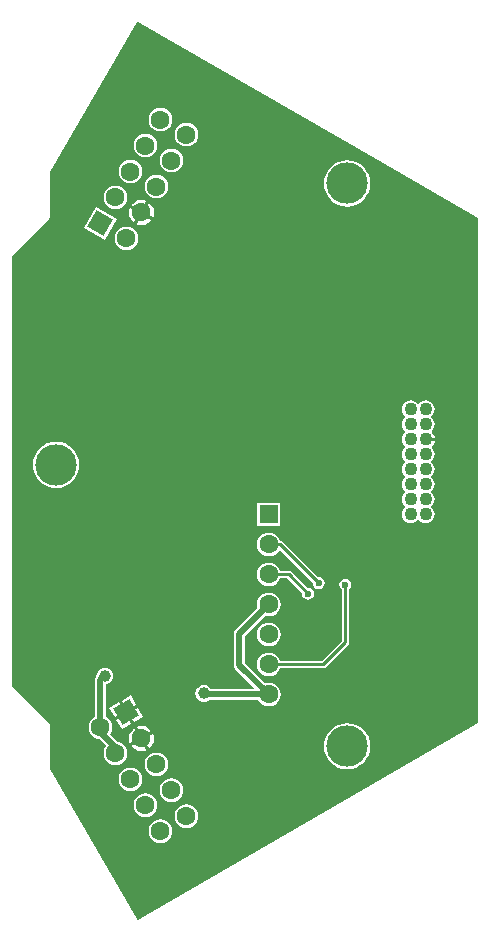
<source format=gbl>
G04*
G04 #@! TF.GenerationSoftware,Altium Limited,Altium Designer,18.1.9 (240)*
G04*
G04 Layer_Physical_Order=2*
G04 Layer_Color=16711680*
%FSLAX43Y43*%
%MOMM*%
G71*
G01*
G75*
%ADD21C,0.250*%
%ADD22C,0.500*%
%ADD23C,1.100*%
%ADD24C,1.600*%
%ADD25R,1.600X1.600*%
%ADD26P,2.263X4X345.0*%
%ADD27P,2.263X4X105.0*%
%ADD28C,3.500*%
%ADD29C,0.600*%
%ADD30C,1.000*%
G36*
X-8781Y26256D02*
X-242Y21326D01*
X-242Y-21395D01*
X-8781Y-26325D01*
X-29062Y-38034D01*
X-29185Y-38001D01*
X-36508Y-25314D01*
Y-21596D01*
X-36508Y-21596D01*
X-36531Y-21479D01*
X-36598Y-21379D01*
X-39758Y-18219D01*
Y11465D01*
X-39758Y18149D01*
X-36598Y21310D01*
X-36598Y21310D01*
X-36598Y21310D01*
X-36598Y21310D01*
X-36566Y21357D01*
X-36531Y21409D01*
X-36531Y21409D01*
X-36531Y21409D01*
X-36520Y21467D01*
X-36508Y21526D01*
X-36507Y25249D01*
X-29185Y37932D01*
X-29062Y37965D01*
X-8781Y26256D01*
D02*
G37*
%LPC*%
G36*
X-27160Y30708D02*
X-27421Y30674D01*
X-27664Y30573D01*
X-27873Y30413D01*
X-28033Y30204D01*
X-28134Y29961D01*
X-28168Y29700D01*
X-28134Y29439D01*
X-28033Y29195D01*
X-27873Y28986D01*
X-27664Y28826D01*
X-27421Y28725D01*
X-27160Y28691D01*
X-26899Y28725D01*
X-26656Y28826D01*
X-26447Y28986D01*
X-26286Y29195D01*
X-26186Y29439D01*
X-26151Y29700D01*
X-26186Y29961D01*
X-26286Y30204D01*
X-26447Y30413D01*
X-26656Y30573D01*
X-26899Y30674D01*
X-27160Y30708D01*
D02*
G37*
G36*
X-24960Y29438D02*
X-25221Y29404D01*
X-25464Y29303D01*
X-25673Y29143D01*
X-25834Y28934D01*
X-25934Y28691D01*
X-25969Y28430D01*
X-25934Y28169D01*
X-25834Y27925D01*
X-25673Y27716D01*
X-25464Y27556D01*
X-25221Y27455D01*
X-24960Y27421D01*
X-24699Y27455D01*
X-24456Y27556D01*
X-24247Y27716D01*
X-24087Y27925D01*
X-23986Y28169D01*
X-23952Y28430D01*
X-23986Y28691D01*
X-24087Y28934D01*
X-24247Y29143D01*
X-24456Y29303D01*
X-24699Y29404D01*
X-24960Y29438D01*
D02*
G37*
G36*
X-28430Y28509D02*
X-28691Y28474D01*
X-28934Y28373D01*
X-29143Y28213D01*
X-29303Y28004D01*
X-29404Y27761D01*
X-29438Y27500D01*
X-29404Y27239D01*
X-29303Y26996D01*
X-29143Y26787D01*
X-28934Y26626D01*
X-28691Y26526D01*
X-28430Y26491D01*
X-28169Y26526D01*
X-27926Y26626D01*
X-27717Y26787D01*
X-27556Y26996D01*
X-27456Y27239D01*
X-27421Y27500D01*
X-27456Y27761D01*
X-27556Y28004D01*
X-27717Y28213D01*
X-27926Y28373D01*
X-28169Y28474D01*
X-28430Y28509D01*
D02*
G37*
G36*
X-26230Y27239D02*
X-26491Y27204D01*
X-26734Y27103D01*
X-26943Y26943D01*
X-27104Y26734D01*
X-27204Y26491D01*
X-27239Y26230D01*
X-27204Y25969D01*
X-27104Y25726D01*
X-26943Y25517D01*
X-26734Y25357D01*
X-26491Y25256D01*
X-26230Y25221D01*
X-25969Y25256D01*
X-25726Y25357D01*
X-25517Y25517D01*
X-25357Y25726D01*
X-25256Y25969D01*
X-25222Y26230D01*
X-25256Y26491D01*
X-25357Y26734D01*
X-25517Y26943D01*
X-25726Y27103D01*
X-25969Y27204D01*
X-26230Y27239D01*
D02*
G37*
G36*
X-29700Y26309D02*
X-29961Y26275D01*
X-30204Y26174D01*
X-30413Y26014D01*
X-30573Y25805D01*
X-30674Y25561D01*
X-30708Y25300D01*
X-30674Y25039D01*
X-30573Y24796D01*
X-30413Y24587D01*
X-30204Y24427D01*
X-29961Y24326D01*
X-29700Y24292D01*
X-29439Y24326D01*
X-29196Y24427D01*
X-28987Y24587D01*
X-28826Y24796D01*
X-28726Y25039D01*
X-28691Y25300D01*
X-28726Y25561D01*
X-28826Y25805D01*
X-28987Y26014D01*
X-29196Y26174D01*
X-29439Y26275D01*
X-29700Y26309D01*
D02*
G37*
G36*
X-27500Y25039D02*
X-27761Y25005D01*
X-28004Y24904D01*
X-28213Y24743D01*
X-28374Y24535D01*
X-28474Y24291D01*
X-28509Y24030D01*
X-28474Y23769D01*
X-28374Y23526D01*
X-28213Y23317D01*
X-28004Y23157D01*
X-27761Y23056D01*
X-27500Y23022D01*
X-27239Y23056D01*
X-26996Y23157D01*
X-26787Y23317D01*
X-26627Y23526D01*
X-26526Y23769D01*
X-26492Y24030D01*
X-26526Y24291D01*
X-26627Y24535D01*
X-26787Y24743D01*
X-26996Y24904D01*
X-27239Y25005D01*
X-27500Y25039D01*
D02*
G37*
G36*
X-11356Y26247D02*
X-11738Y26209D01*
X-12106Y26098D01*
X-12445Y25917D01*
X-12742Y25673D01*
X-12985Y25376D01*
X-13166Y25037D01*
X-13278Y24670D01*
X-13315Y24287D01*
X-13278Y23905D01*
X-13166Y23537D01*
X-12985Y23199D01*
X-12742Y22902D01*
X-12445Y22658D01*
X-12106Y22477D01*
X-11738Y22366D01*
X-11356Y22328D01*
X-10974Y22366D01*
X-10606Y22477D01*
X-10267Y22658D01*
X-9970Y22902D01*
X-9727Y23199D01*
X-9546Y23537D01*
X-9434Y23905D01*
X-9397Y24287D01*
X-9434Y24670D01*
X-9546Y25037D01*
X-9727Y25376D01*
X-9970Y25673D01*
X-10267Y25917D01*
X-10606Y26098D01*
X-10974Y26209D01*
X-11356Y26247D01*
D02*
G37*
G36*
X-30970Y24109D02*
X-31231Y24075D01*
X-31474Y23974D01*
X-31683Y23814D01*
X-31843Y23605D01*
X-31944Y23362D01*
X-31978Y23101D01*
X-31944Y22840D01*
X-31843Y22596D01*
X-31683Y22387D01*
X-31474Y22227D01*
X-31231Y22126D01*
X-30970Y22092D01*
X-30709Y22126D01*
X-30466Y22227D01*
X-30257Y22387D01*
X-30096Y22596D01*
X-29996Y22840D01*
X-29961Y23101D01*
X-29996Y23362D01*
X-30096Y23605D01*
X-30257Y23814D01*
X-30466Y23974D01*
X-30709Y24075D01*
X-30970Y24109D01*
D02*
G37*
G36*
X-28770Y22894D02*
X-29045Y22857D01*
X-29302Y22751D01*
X-29522Y22582D01*
X-29613Y22464D01*
X-28817Y22004D01*
X-28357Y22800D01*
X-28495Y22857D01*
X-28770Y22894D01*
D02*
G37*
G36*
X-28137Y22673D02*
X-28597Y21877D01*
X-27800Y21417D01*
X-27743Y21555D01*
X-27707Y21831D01*
X-27743Y22106D01*
X-27849Y22362D01*
X-28018Y22582D01*
X-28137Y22673D01*
D02*
G37*
G36*
X-29740Y22244D02*
X-29797Y22106D01*
X-29833Y21831D01*
X-29797Y21555D01*
X-29691Y21299D01*
X-29522Y21079D01*
X-29403Y20988D01*
X-28944Y21784D01*
X-29740Y22244D01*
D02*
G37*
G36*
X-28724Y21657D02*
X-29183Y20861D01*
X-29045Y20804D01*
X-28770Y20767D01*
X-28495Y20804D01*
X-28239Y20910D01*
X-28018Y21079D01*
X-27927Y21197D01*
X-28724Y21657D01*
D02*
G37*
G36*
X-32606Y22267D02*
X-33606Y20535D01*
X-31874Y19535D01*
X-30874Y21267D01*
X-32606Y22267D01*
D02*
G37*
G36*
X-30040Y20640D02*
X-30301Y20605D01*
X-30544Y20504D01*
X-30753Y20344D01*
X-30914Y20135D01*
X-31014Y19892D01*
X-31049Y19631D01*
X-31014Y19370D01*
X-30914Y19127D01*
X-30753Y18918D01*
X-30544Y18757D01*
X-30301Y18657D01*
X-30040Y18622D01*
X-29779Y18657D01*
X-29536Y18757D01*
X-29327Y18918D01*
X-29167Y19127D01*
X-29066Y19370D01*
X-29032Y19631D01*
X-29066Y19892D01*
X-29167Y20135D01*
X-29327Y20344D01*
X-29536Y20504D01*
X-29779Y20605D01*
X-30040Y20640D01*
D02*
G37*
G36*
X-4711Y5921D02*
X-4907Y5895D01*
X-5089Y5819D01*
X-5246Y5699D01*
X-5282Y5652D01*
X-5410D01*
X-5446Y5699D01*
X-5603Y5819D01*
X-5785Y5895D01*
X-5981Y5921D01*
X-6177Y5895D01*
X-6359Y5819D01*
X-6516Y5699D01*
X-6636Y5543D01*
X-6712Y5360D01*
X-6737Y5164D01*
X-6712Y4969D01*
X-6636Y4786D01*
X-6516Y4629D01*
X-6468Y4593D01*
Y4466D01*
X-6516Y4429D01*
X-6636Y4273D01*
X-6712Y4090D01*
X-6737Y3894D01*
X-6712Y3698D01*
X-6636Y3516D01*
X-6516Y3359D01*
X-6468Y3323D01*
Y3196D01*
X-6516Y3159D01*
X-6636Y3003D01*
X-6712Y2820D01*
X-6737Y2624D01*
X-6712Y2428D01*
X-6636Y2246D01*
X-6516Y2089D01*
X-6468Y2053D01*
Y1926D01*
X-6516Y1889D01*
X-6636Y1733D01*
X-6712Y1550D01*
X-6737Y1354D01*
X-6712Y1158D01*
X-6636Y976D01*
X-6516Y819D01*
X-6468Y783D01*
Y656D01*
X-6516Y619D01*
X-6636Y463D01*
X-6712Y280D01*
X-6737Y84D01*
X-6712Y-112D01*
X-6636Y-294D01*
X-6516Y-451D01*
X-6468Y-487D01*
Y-614D01*
X-6516Y-651D01*
X-6636Y-807D01*
X-6712Y-990D01*
X-6737Y-1186D01*
X-6712Y-1382D01*
X-6636Y-1564D01*
X-6516Y-1721D01*
X-6468Y-1757D01*
Y-1884D01*
X-6516Y-1921D01*
X-6636Y-2077D01*
X-6712Y-2260D01*
X-6737Y-2456D01*
X-6712Y-2651D01*
X-6636Y-2834D01*
X-6516Y-2991D01*
X-6468Y-3027D01*
Y-3154D01*
X-6516Y-3191D01*
X-6636Y-3347D01*
X-6712Y-3530D01*
X-6737Y-3726D01*
X-6712Y-3921D01*
X-6636Y-4104D01*
X-6516Y-4261D01*
X-6359Y-4381D01*
X-6177Y-4456D01*
X-5981Y-4482D01*
X-5785Y-4456D01*
X-5603Y-4381D01*
X-5446Y-4261D01*
X-5410Y-4213D01*
X-5282D01*
X-5246Y-4261D01*
X-5089Y-4381D01*
X-4907Y-4456D01*
X-4711Y-4482D01*
X-4515Y-4456D01*
X-4333Y-4381D01*
X-4176Y-4261D01*
X-4056Y-4104D01*
X-3980Y-3921D01*
X-3955Y-3726D01*
X-3980Y-3530D01*
X-4056Y-3347D01*
X-4176Y-3191D01*
X-4224Y-3154D01*
Y-3027D01*
X-4176Y-2991D01*
X-4056Y-2834D01*
X-3980Y-2651D01*
X-3955Y-2456D01*
X-3980Y-2260D01*
X-4056Y-2077D01*
X-4176Y-1921D01*
X-4224Y-1884D01*
Y-1757D01*
X-4176Y-1721D01*
X-4056Y-1564D01*
X-3980Y-1382D01*
X-3955Y-1186D01*
X-3980Y-990D01*
X-4056Y-807D01*
X-4176Y-651D01*
X-4224Y-614D01*
Y-487D01*
X-4176Y-451D01*
X-4056Y-294D01*
X-3980Y-112D01*
X-3955Y84D01*
X-3980Y280D01*
X-4056Y463D01*
X-4176Y619D01*
X-4224Y656D01*
Y783D01*
X-4176Y819D01*
X-4056Y976D01*
X-3980Y1158D01*
X-3955Y1354D01*
X-3980Y1550D01*
X-4056Y1733D01*
X-4176Y1889D01*
X-4179Y1892D01*
X-4179Y2019D01*
X-4138Y2051D01*
X-4009Y2219D01*
X-3928Y2414D01*
X-3917Y2497D01*
X-4711D01*
Y2751D01*
X-3917D01*
X-3928Y2834D01*
X-4009Y3030D01*
X-4138Y3198D01*
X-4179Y3230D01*
X-4179Y3357D01*
X-4176Y3359D01*
X-4056Y3516D01*
X-3980Y3698D01*
X-3955Y3894D01*
X-3980Y4090D01*
X-4056Y4273D01*
X-4176Y4429D01*
X-4224Y4466D01*
Y4593D01*
X-4176Y4629D01*
X-4056Y4786D01*
X-3980Y4969D01*
X-3955Y5164D01*
X-3980Y5360D01*
X-4056Y5543D01*
X-4176Y5699D01*
X-4333Y5819D01*
X-4515Y5895D01*
X-4711Y5921D01*
D02*
G37*
G36*
X-36000Y2425D02*
X-36382Y2387D01*
X-36750Y2276D01*
X-37089Y2095D01*
X-37386Y1851D01*
X-37629Y1554D01*
X-37810Y1215D01*
X-37922Y848D01*
X-37959Y465D01*
X-37922Y83D01*
X-37810Y-285D01*
X-37629Y-623D01*
X-37386Y-920D01*
X-37089Y-1164D01*
X-36750Y-1345D01*
X-36382Y-1456D01*
X-36000Y-1494D01*
X-35618Y-1456D01*
X-35250Y-1345D01*
X-34911Y-1164D01*
X-34614Y-920D01*
X-34371Y-623D01*
X-34190Y-285D01*
X-34078Y83D01*
X-34041Y465D01*
X-34078Y848D01*
X-34190Y1215D01*
X-34371Y1554D01*
X-34614Y1851D01*
X-34911Y2095D01*
X-35250Y2276D01*
X-35618Y2387D01*
X-36000Y2425D01*
D02*
G37*
G36*
X-17000Y-2736D02*
X-19000D01*
Y-4736D01*
X-17000D01*
Y-2736D01*
D02*
G37*
G36*
X-18000Y-5268D02*
X-18261Y-5302D01*
X-18504Y-5403D01*
X-18713Y-5563D01*
X-18874Y-5772D01*
X-18974Y-6015D01*
X-19009Y-6276D01*
X-18974Y-6537D01*
X-18874Y-6781D01*
X-18713Y-6990D01*
X-18504Y-7150D01*
X-18261Y-7251D01*
X-18000Y-7285D01*
X-17739Y-7251D01*
X-17496Y-7150D01*
X-17287Y-6990D01*
X-17144Y-6804D01*
X-17001Y-6767D01*
X-14269Y-9500D01*
X-14275Y-9535D01*
X-14237Y-9730D01*
X-14126Y-9895D01*
X-13961Y-10006D01*
X-13766Y-10045D01*
X-13570Y-10006D01*
X-13405Y-9895D01*
X-13295Y-9730D01*
X-13256Y-9535D01*
X-13295Y-9340D01*
X-13405Y-9174D01*
X-13570Y-9064D01*
X-13766Y-9025D01*
X-13800Y-9032D01*
X-16790Y-6042D01*
X-16897Y-5970D01*
X-17024Y-5945D01*
X-17055D01*
X-17126Y-5772D01*
X-17287Y-5563D01*
X-17496Y-5403D01*
X-17739Y-5302D01*
X-18000Y-5268D01*
D02*
G37*
G36*
Y-7808D02*
X-18261Y-7842D01*
X-18504Y-7943D01*
X-18713Y-8103D01*
X-18874Y-8312D01*
X-18974Y-8555D01*
X-19009Y-8816D01*
X-18974Y-9077D01*
X-18874Y-9321D01*
X-18713Y-9530D01*
X-18504Y-9690D01*
X-18261Y-9791D01*
X-18000Y-9825D01*
X-17739Y-9791D01*
X-17496Y-9690D01*
X-17287Y-9530D01*
X-17126Y-9321D01*
X-17055Y-9148D01*
X-16417D01*
X-15167Y-10398D01*
X-15173Y-10433D01*
X-15135Y-10628D01*
X-15024Y-10793D01*
X-14859Y-10904D01*
X-14664Y-10943D01*
X-14468Y-10904D01*
X-14303Y-10793D01*
X-14193Y-10628D01*
X-14154Y-10433D01*
X-14193Y-10238D01*
X-14303Y-10072D01*
X-14468Y-9962D01*
X-14664Y-9923D01*
X-14698Y-9930D01*
X-16046Y-8582D01*
X-16153Y-8510D01*
X-16280Y-8485D01*
X-17055D01*
X-17126Y-8312D01*
X-17287Y-8103D01*
X-17496Y-7943D01*
X-17739Y-7842D01*
X-18000Y-7808D01*
D02*
G37*
G36*
Y-10348D02*
X-18261Y-10382D01*
X-18504Y-10483D01*
X-18713Y-10643D01*
X-18874Y-10852D01*
X-18974Y-11095D01*
X-19009Y-11356D01*
X-18974Y-11617D01*
X-18955Y-11663D01*
X-20824Y-13532D01*
X-20924Y-13681D01*
X-20959Y-13856D01*
Y-16476D01*
X-20924Y-16652D01*
X-20824Y-16801D01*
X-19225Y-18400D01*
X-19274Y-18518D01*
X-22905D01*
X-23001Y-18393D01*
X-23147Y-18281D01*
X-23317Y-18210D01*
X-23500Y-18186D01*
X-23683Y-18210D01*
X-23853Y-18281D01*
X-23999Y-18393D01*
X-24111Y-18539D01*
X-24182Y-18710D01*
X-24206Y-18892D01*
X-24182Y-19075D01*
X-24111Y-19245D01*
X-23999Y-19392D01*
X-23853Y-19504D01*
X-23683Y-19574D01*
X-23500Y-19598D01*
X-23317Y-19574D01*
X-23147Y-19504D01*
X-23058Y-19435D01*
X-18892D01*
X-18874Y-19481D01*
X-18713Y-19690D01*
X-18504Y-19850D01*
X-18261Y-19951D01*
X-18000Y-19985D01*
X-17739Y-19951D01*
X-17496Y-19850D01*
X-17287Y-19690D01*
X-17126Y-19481D01*
X-17026Y-19237D01*
X-16991Y-18976D01*
X-17026Y-18715D01*
X-17126Y-18472D01*
X-17287Y-18263D01*
X-17496Y-18103D01*
X-17739Y-18002D01*
X-18000Y-17968D01*
X-18261Y-18002D01*
X-18307Y-18021D01*
X-20041Y-16286D01*
Y-14046D01*
X-18307Y-12312D01*
X-18261Y-12331D01*
X-18000Y-12365D01*
X-17739Y-12331D01*
X-17496Y-12230D01*
X-17287Y-12070D01*
X-17126Y-11861D01*
X-17026Y-11617D01*
X-16991Y-11356D01*
X-17026Y-11095D01*
X-17126Y-10852D01*
X-17287Y-10643D01*
X-17496Y-10483D01*
X-17739Y-10382D01*
X-18000Y-10348D01*
D02*
G37*
G36*
Y-12888D02*
X-18261Y-12922D01*
X-18504Y-13023D01*
X-18713Y-13183D01*
X-18874Y-13392D01*
X-18974Y-13635D01*
X-19009Y-13896D01*
X-18974Y-14157D01*
X-18874Y-14401D01*
X-18713Y-14610D01*
X-18504Y-14770D01*
X-18261Y-14871D01*
X-18000Y-14905D01*
X-17739Y-14871D01*
X-17496Y-14770D01*
X-17287Y-14610D01*
X-17126Y-14401D01*
X-17026Y-14157D01*
X-16991Y-13896D01*
X-17026Y-13635D01*
X-17126Y-13392D01*
X-17287Y-13183D01*
X-17496Y-13023D01*
X-17739Y-12922D01*
X-18000Y-12888D01*
D02*
G37*
G36*
X-11500Y-9180D02*
X-11695Y-9219D01*
X-11860Y-9329D01*
X-11971Y-9495D01*
X-12010Y-9690D01*
X-11971Y-9885D01*
X-11860Y-10050D01*
X-11831Y-10070D01*
Y-14412D01*
X-13524Y-16105D01*
X-17055D01*
X-17126Y-15932D01*
X-17287Y-15723D01*
X-17496Y-15563D01*
X-17739Y-15462D01*
X-18000Y-15428D01*
X-18261Y-15462D01*
X-18504Y-15563D01*
X-18713Y-15723D01*
X-18874Y-15932D01*
X-18974Y-16175D01*
X-19009Y-16436D01*
X-18974Y-16697D01*
X-18874Y-16941D01*
X-18713Y-17150D01*
X-18504Y-17310D01*
X-18261Y-17411D01*
X-18000Y-17445D01*
X-17739Y-17411D01*
X-17496Y-17310D01*
X-17287Y-17150D01*
X-17126Y-16941D01*
X-17055Y-16768D01*
X-13387D01*
X-13260Y-16743D01*
X-13153Y-16671D01*
X-11266Y-14784D01*
X-11194Y-14676D01*
X-11169Y-14549D01*
Y-10070D01*
X-11140Y-10050D01*
X-11029Y-9885D01*
X-10990Y-9690D01*
X-11029Y-9495D01*
X-11140Y-9329D01*
X-11305Y-9219D01*
X-11500Y-9180D01*
D02*
G37*
G36*
X-29654Y-19061D02*
X-30457Y-19524D01*
X-29994Y-20327D01*
X-29191Y-19863D01*
X-29654Y-19061D01*
D02*
G37*
G36*
X-30677Y-19651D02*
X-31480Y-20115D01*
X-31016Y-20917D01*
X-30214Y-20454D01*
X-30677Y-19651D01*
D02*
G37*
G36*
X-29064Y-20083D02*
X-29867Y-20547D01*
X-29403Y-21350D01*
X-28600Y-20886D01*
X-29064Y-20083D01*
D02*
G37*
G36*
X-30087Y-20674D02*
X-30889Y-21137D01*
X-30426Y-21940D01*
X-29623Y-21477D01*
X-30087Y-20674D01*
D02*
G37*
G36*
X-28770Y-21637D02*
X-29045Y-21673D01*
X-29183Y-21730D01*
X-28724Y-22527D01*
X-27927Y-22067D01*
X-28018Y-21948D01*
X-28239Y-21779D01*
X-28495Y-21673D01*
X-28770Y-21637D01*
D02*
G37*
G36*
X-29403Y-21857D02*
X-29522Y-21948D01*
X-29691Y-22168D01*
X-29797Y-22425D01*
X-29833Y-22700D01*
X-29797Y-22975D01*
X-29740Y-23113D01*
X-28944Y-22654D01*
X-29403Y-21857D01*
D02*
G37*
G36*
X-27800Y-22287D02*
X-28597Y-22746D01*
X-28137Y-23543D01*
X-28018Y-23452D01*
X-27849Y-23232D01*
X-27743Y-22975D01*
X-27707Y-22700D01*
X-27743Y-22425D01*
X-27800Y-22287D01*
D02*
G37*
G36*
X-28817Y-22873D02*
X-29613Y-23333D01*
X-29522Y-23452D01*
X-29302Y-23621D01*
X-29045Y-23727D01*
X-28770Y-23763D01*
X-28495Y-23727D01*
X-28357Y-23670D01*
X-28817Y-22873D01*
D02*
G37*
G36*
X-31876Y-16705D02*
X-32059Y-16729D01*
X-32229Y-16799D01*
X-32375Y-16911D01*
X-32487Y-17058D01*
X-32558Y-17228D01*
X-32582Y-17411D01*
X-32575Y-17466D01*
X-32664Y-17599D01*
X-32699Y-17775D01*
Y-20878D01*
X-32744Y-20897D01*
X-32953Y-21057D01*
X-33113Y-21266D01*
X-33214Y-21509D01*
X-33248Y-21770D01*
X-33214Y-22031D01*
X-33113Y-22275D01*
X-32953Y-22483D01*
X-32744Y-22644D01*
X-32501Y-22745D01*
X-32244Y-22778D01*
X-31719Y-23303D01*
X-31843Y-23466D01*
X-31944Y-23709D01*
X-31978Y-23970D01*
X-31944Y-24231D01*
X-31843Y-24474D01*
X-31683Y-24683D01*
X-31474Y-24844D01*
X-31231Y-24944D01*
X-30970Y-24979D01*
X-30709Y-24944D01*
X-30466Y-24844D01*
X-30257Y-24683D01*
X-30096Y-24474D01*
X-29996Y-24231D01*
X-29961Y-23970D01*
X-29996Y-23709D01*
X-30096Y-23466D01*
X-30257Y-23257D01*
X-30466Y-23097D01*
X-30709Y-22996D01*
X-30732Y-22993D01*
X-31403Y-22322D01*
X-31366Y-22275D01*
X-31266Y-22031D01*
X-31231Y-21770D01*
X-31266Y-21509D01*
X-31366Y-21266D01*
X-31527Y-21057D01*
X-31736Y-20897D01*
X-31781Y-20878D01*
Y-18104D01*
X-31693Y-18093D01*
X-31523Y-18022D01*
X-31377Y-17910D01*
X-31264Y-17764D01*
X-31194Y-17593D01*
X-31170Y-17411D01*
X-31194Y-17228D01*
X-31264Y-17058D01*
X-31377Y-16911D01*
X-31523Y-16799D01*
X-31693Y-16729D01*
X-31876Y-16705D01*
D02*
G37*
G36*
X-11356Y-21397D02*
X-11738Y-21435D01*
X-12106Y-21546D01*
X-12445Y-21728D01*
X-12742Y-21971D01*
X-12985Y-22268D01*
X-13166Y-22607D01*
X-13278Y-22974D01*
X-13315Y-23357D01*
X-13278Y-23739D01*
X-13166Y-24107D01*
X-12985Y-24445D01*
X-12742Y-24742D01*
X-12445Y-24986D01*
X-12106Y-25167D01*
X-11738Y-25278D01*
X-11356Y-25316D01*
X-10974Y-25278D01*
X-10606Y-25167D01*
X-10267Y-24986D01*
X-9970Y-24742D01*
X-9727Y-24445D01*
X-9546Y-24107D01*
X-9434Y-23739D01*
X-9397Y-23357D01*
X-9434Y-22974D01*
X-9546Y-22607D01*
X-9727Y-22268D01*
X-9970Y-21971D01*
X-10267Y-21728D01*
X-10606Y-21546D01*
X-10974Y-21435D01*
X-11356Y-21397D01*
D02*
G37*
G36*
X-27500Y-23891D02*
X-27761Y-23925D01*
X-28004Y-24026D01*
X-28213Y-24187D01*
X-28374Y-24395D01*
X-28474Y-24639D01*
X-28509Y-24900D01*
X-28474Y-25161D01*
X-28374Y-25404D01*
X-28213Y-25613D01*
X-28004Y-25773D01*
X-27761Y-25874D01*
X-27500Y-25908D01*
X-27239Y-25874D01*
X-26996Y-25773D01*
X-26787Y-25613D01*
X-26627Y-25404D01*
X-26526Y-25161D01*
X-26492Y-24900D01*
X-26526Y-24639D01*
X-26627Y-24395D01*
X-26787Y-24187D01*
X-26996Y-24026D01*
X-27239Y-23925D01*
X-27500Y-23891D01*
D02*
G37*
G36*
X-29700Y-25161D02*
X-29961Y-25195D01*
X-30204Y-25296D01*
X-30413Y-25456D01*
X-30573Y-25665D01*
X-30674Y-25909D01*
X-30708Y-26170D01*
X-30674Y-26431D01*
X-30573Y-26674D01*
X-30413Y-26883D01*
X-30204Y-27043D01*
X-29961Y-27144D01*
X-29700Y-27178D01*
X-29439Y-27144D01*
X-29196Y-27043D01*
X-28987Y-26883D01*
X-28826Y-26674D01*
X-28726Y-26431D01*
X-28691Y-26170D01*
X-28726Y-25909D01*
X-28826Y-25665D01*
X-28987Y-25456D01*
X-29196Y-25296D01*
X-29439Y-25195D01*
X-29700Y-25161D01*
D02*
G37*
G36*
X-26230Y-26091D02*
X-26491Y-26125D01*
X-26734Y-26226D01*
X-26943Y-26386D01*
X-27104Y-26595D01*
X-27204Y-26838D01*
X-27239Y-27099D01*
X-27204Y-27360D01*
X-27104Y-27604D01*
X-26943Y-27813D01*
X-26734Y-27973D01*
X-26491Y-28074D01*
X-26230Y-28108D01*
X-25969Y-28074D01*
X-25726Y-27973D01*
X-25517Y-27813D01*
X-25357Y-27604D01*
X-25256Y-27360D01*
X-25222Y-27099D01*
X-25256Y-26838D01*
X-25357Y-26595D01*
X-25517Y-26386D01*
X-25726Y-26226D01*
X-25969Y-26125D01*
X-26230Y-26091D01*
D02*
G37*
G36*
X-28430Y-27361D02*
X-28691Y-27395D01*
X-28934Y-27496D01*
X-29143Y-27656D01*
X-29303Y-27865D01*
X-29404Y-28108D01*
X-29438Y-28369D01*
X-29404Y-28630D01*
X-29303Y-28874D01*
X-29143Y-29083D01*
X-28934Y-29243D01*
X-28691Y-29344D01*
X-28430Y-29378D01*
X-28169Y-29344D01*
X-27926Y-29243D01*
X-27717Y-29083D01*
X-27556Y-28874D01*
X-27456Y-28630D01*
X-27421Y-28369D01*
X-27456Y-28108D01*
X-27556Y-27865D01*
X-27717Y-27656D01*
X-27926Y-27496D01*
X-28169Y-27395D01*
X-28430Y-27361D01*
D02*
G37*
G36*
X-24960Y-28290D02*
X-25221Y-28325D01*
X-25464Y-28426D01*
X-25673Y-28586D01*
X-25834Y-28795D01*
X-25934Y-29038D01*
X-25969Y-29299D01*
X-25934Y-29560D01*
X-25834Y-29803D01*
X-25673Y-30012D01*
X-25464Y-30173D01*
X-25221Y-30273D01*
X-24960Y-30308D01*
X-24699Y-30273D01*
X-24456Y-30173D01*
X-24247Y-30012D01*
X-24087Y-29803D01*
X-23986Y-29560D01*
X-23952Y-29299D01*
X-23986Y-29038D01*
X-24087Y-28795D01*
X-24247Y-28586D01*
X-24456Y-28426D01*
X-24699Y-28325D01*
X-24960Y-28290D01*
D02*
G37*
G36*
X-27160Y-29560D02*
X-27421Y-29595D01*
X-27664Y-29696D01*
X-27873Y-29856D01*
X-28033Y-30065D01*
X-28134Y-30308D01*
X-28168Y-30569D01*
X-28134Y-30830D01*
X-28033Y-31073D01*
X-27873Y-31282D01*
X-27664Y-31443D01*
X-27421Y-31543D01*
X-27160Y-31578D01*
X-26899Y-31543D01*
X-26656Y-31443D01*
X-26447Y-31282D01*
X-26286Y-31073D01*
X-26186Y-30830D01*
X-26151Y-30569D01*
X-26186Y-30308D01*
X-26286Y-30065D01*
X-26447Y-29856D01*
X-26656Y-29696D01*
X-26899Y-29595D01*
X-27160Y-29560D01*
D02*
G37*
%LPD*%
D21*
X-11500Y-14549D02*
Y-9690D01*
X-13387Y-16436D02*
X-11500Y-14549D01*
X-18000Y-16436D02*
X-13387D01*
X-11560Y-9690D02*
X-11500D01*
X-18000Y-8816D02*
X-16280D01*
X-14664Y-10433D01*
X-18000Y-6276D02*
X-17024D01*
X-13766Y-9535D01*
D22*
X-20500Y-16476D02*
Y-13856D01*
Y-16476D02*
X-18000Y-18976D01*
X-23416D02*
X-18000D01*
X-20500Y-13856D02*
X-18000Y-11356D01*
X-32240Y-21770D02*
Y-17775D01*
X-31876Y-17411D01*
X-23500Y-18892D02*
X-23416Y-18976D01*
X-32240Y-22134D02*
Y-21770D01*
Y-22134D02*
X-30970Y-23404D01*
Y-23970D02*
Y-23404D01*
D23*
X-5981Y5164D02*
D03*
X-4711D02*
D03*
X-5981Y3894D02*
D03*
X-4711D02*
D03*
X-5981Y2624D02*
D03*
X-4711D02*
D03*
X-5981Y1354D02*
D03*
X-4711D02*
D03*
X-5981Y84D02*
D03*
X-4711D02*
D03*
X-5981Y-1186D02*
D03*
X-4711D02*
D03*
X-5981Y-2456D02*
D03*
X-4711D02*
D03*
X-5981Y-3726D02*
D03*
X-4711D02*
D03*
D24*
X-18000Y-16436D02*
D03*
Y-11356D02*
D03*
Y-6276D02*
D03*
Y-8816D02*
D03*
Y-13896D02*
D03*
Y-18976D02*
D03*
X-24960Y-29299D02*
D03*
X-26230Y-27099D02*
D03*
X-27500Y-24900D02*
D03*
X-28770Y-22700D02*
D03*
X-32240Y-21770D02*
D03*
X-30970Y-23970D02*
D03*
X-29700Y-26170D02*
D03*
X-28430Y-28369D02*
D03*
X-27160Y-30569D02*
D03*
Y29700D02*
D03*
X-28430Y27500D02*
D03*
X-29700Y25300D02*
D03*
X-30970Y23101D02*
D03*
X-30040Y19631D02*
D03*
X-28770Y21831D02*
D03*
X-27500Y24030D02*
D03*
X-26230Y26230D02*
D03*
X-24960Y28430D02*
D03*
D25*
X-18000Y-3736D02*
D03*
D26*
X-30040Y-20500D02*
D03*
D27*
X-32240Y20901D02*
D03*
D28*
X-36000Y465D02*
D03*
X-11356Y-23357D02*
D03*
Y24287D02*
D03*
D29*
X-14664Y-10433D02*
D03*
X-13766Y-9535D02*
D03*
X-11500Y-9690D02*
D03*
D30*
X-31876Y-17411D02*
D03*
X-23500Y-18892D02*
D03*
M02*

</source>
